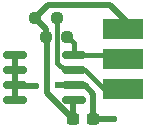
<source format=gbr>
%TF.GenerationSoftware,KiCad,Pcbnew,8.0.3*%
%TF.CreationDate,2024-06-30T23:15:20-04:00*%
%TF.ProjectId,Kulp_EEPROM,4b756c70-5f45-4455-9052-4f4d2e6b6963,rev?*%
%TF.SameCoordinates,Original*%
%TF.FileFunction,Copper,L2,Bot*%
%TF.FilePolarity,Positive*%
%FSLAX46Y46*%
G04 Gerber Fmt 4.6, Leading zero omitted, Abs format (unit mm)*
G04 Created by KiCad (PCBNEW 8.0.3) date 2024-06-30 23:15:20*
%MOMM*%
%LPD*%
G01*
G04 APERTURE LIST*
G04 Aperture macros list*
%AMRoundRect*
0 Rectangle with rounded corners*
0 $1 Rounding radius*
0 $2 $3 $4 $5 $6 $7 $8 $9 X,Y pos of 4 corners*
0 Add a 4 corners polygon primitive as box body*
4,1,4,$2,$3,$4,$5,$6,$7,$8,$9,$2,$3,0*
0 Add four circle primitives for the rounded corners*
1,1,$1+$1,$2,$3*
1,1,$1+$1,$4,$5*
1,1,$1+$1,$6,$7*
1,1,$1+$1,$8,$9*
0 Add four rect primitives between the rounded corners*
20,1,$1+$1,$2,$3,$4,$5,0*
20,1,$1+$1,$4,$5,$6,$7,0*
20,1,$1+$1,$6,$7,$8,$9,0*
20,1,$1+$1,$8,$9,$2,$3,0*%
G04 Aperture macros list end*
%TA.AperFunction,SMDPad,CuDef*%
%ADD10RoundRect,0.150000X-0.825000X-0.150000X0.825000X-0.150000X0.825000X0.150000X-0.825000X0.150000X0*%
%TD*%
%TA.AperFunction,SMDPad,CuDef*%
%ADD11RoundRect,0.237500X-0.250000X-0.237500X0.250000X-0.237500X0.250000X0.237500X-0.250000X0.237500X0*%
%TD*%
%TA.AperFunction,SMDPad,CuDef*%
%ADD12R,3.500000X1.700000*%
%TD*%
%TA.AperFunction,SMDPad,CuDef*%
%ADD13RoundRect,0.237500X-0.300000X-0.237500X0.300000X-0.237500X0.300000X0.237500X-0.300000X0.237500X0*%
%TD*%
%TA.AperFunction,ViaPad*%
%ADD14C,0.600000*%
%TD*%
%TA.AperFunction,Conductor*%
%ADD15C,0.500000*%
%TD*%
%TA.AperFunction,Conductor*%
%ADD16C,0.400000*%
%TD*%
G04 APERTURE END LIST*
D10*
%TO.P,U1,1,A0*%
%TO.N,GND*%
X130275000Y-117405000D03*
%TO.P,U1,2,A1*%
X130275000Y-116135000D03*
%TO.P,U1,3,A2*%
X130275000Y-114865000D03*
%TO.P,U1,4,GND*%
X130275000Y-113595000D03*
%TO.P,U1,5,SDA*%
%TO.N,I2C_SDA*%
X135225000Y-113595000D03*
%TO.P,U1,6,SCL*%
%TO.N,I2C_SCL*%
X135225000Y-114865000D03*
%TO.P,U1,7,WP*%
%TO.N,GND*%
X135225000Y-116135000D03*
%TO.P,U1,8,VCC*%
%TO.N,+3.3V*%
X135225000Y-117405000D03*
%TD*%
D11*
%TO.P,R2,1*%
%TO.N,+3.3V*%
X132887500Y-112000000D03*
%TO.P,R2,2*%
%TO.N,I2C_SDA*%
X134712500Y-112000000D03*
%TD*%
%TO.P,R1,1*%
%TO.N,+3.3V*%
X131987500Y-110450000D03*
%TO.P,R1,2*%
%TO.N,I2C_SCL*%
X133812500Y-110450000D03*
%TD*%
D12*
%TO.P,J1,2,Pin_2*%
%TO.N,+3.3V*%
X139447500Y-111355000D03*
%TO.P,J1,4,Pin_4*%
%TO.N,I2C_SDA*%
X139447500Y-113910000D03*
%TO.P,J1,6,Pin_6*%
%TO.N,I2C_SCL*%
X139447500Y-116435000D03*
%TD*%
D13*
%TO.P,C1,1*%
%TO.N,+3.3V*%
X135187500Y-119000000D03*
%TO.P,C1,2*%
%TO.N,GND*%
X136912500Y-119000000D03*
%TD*%
D14*
%TO.N,GND*%
X138650000Y-118950000D03*
X132025000Y-116150000D03*
X133900000Y-116100000D03*
%TD*%
D15*
%TO.N,GND*%
X132025000Y-116150000D02*
X130290000Y-116150000D01*
X130290000Y-116150000D02*
X130275000Y-116135000D01*
%TO.N,+3.3V*%
X132887500Y-112000000D02*
X132975000Y-112087500D01*
X132975000Y-112087500D02*
X132975000Y-116787500D01*
X132975000Y-116787500D02*
X135187500Y-119000000D01*
X133087500Y-109350000D02*
X131987500Y-110450000D01*
X138342500Y-109350000D02*
X133087500Y-109350000D01*
X140347500Y-111355000D02*
X138342500Y-109350000D01*
X135187500Y-117442500D02*
X135225000Y-117405000D01*
X135187500Y-119000000D02*
X135187500Y-117442500D01*
%TO.N,GND*%
X138600000Y-119000000D02*
X138650000Y-118950000D01*
X136912500Y-119000000D02*
X138600000Y-119000000D01*
X135190000Y-116100000D02*
X135225000Y-116135000D01*
X133900000Y-116100000D02*
X135190000Y-116100000D01*
X130275000Y-113595000D02*
X130275000Y-117405000D01*
X136912500Y-116847501D02*
X136912500Y-119000000D01*
X136199999Y-116135000D02*
X136912500Y-116847501D01*
X135225000Y-116135000D02*
X136199999Y-116135000D01*
D16*
%TO.N,I2C_SCL*%
X137785000Y-116435000D02*
X140347500Y-116435000D01*
X136215000Y-114865000D02*
X137785000Y-116435000D01*
X135225000Y-114865000D02*
X136215000Y-114865000D01*
%TO.N,I2C_SDA*%
X135270000Y-113550000D02*
X135225000Y-113595000D01*
X139987500Y-113550000D02*
X135270000Y-113550000D01*
X140347500Y-113910000D02*
X139987500Y-113550000D01*
%TO.N,I2C_SCL*%
X133812500Y-113175526D02*
X133850000Y-113213026D01*
X133812500Y-110450000D02*
X133812500Y-113175526D01*
D15*
%TO.N,+3.3V*%
X132887500Y-111350000D02*
X131987500Y-110450000D01*
X132887500Y-112000000D02*
X132887500Y-111350000D01*
D16*
%TO.N,I2C_SDA*%
X135225000Y-112512500D02*
X134712500Y-112000000D01*
X135225000Y-113595000D02*
X135225000Y-112512500D01*
%TO.N,I2C_SCL*%
X134515000Y-114865000D02*
X135225000Y-114865000D01*
X133850000Y-113213026D02*
X133850000Y-114200000D01*
X133850000Y-114200000D02*
X134515000Y-114865000D01*
%TD*%
M02*

</source>
